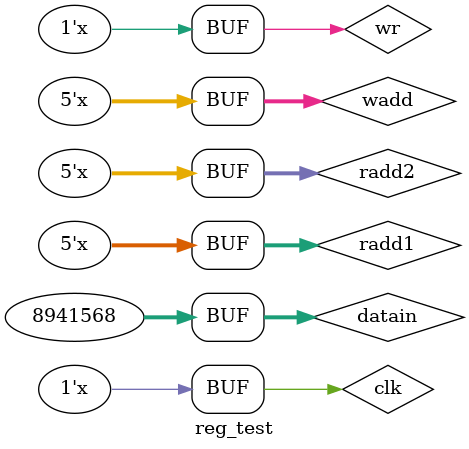
<source format=v>
`timescale 1ns / 1ps

module reg_test;
reg[4:0]radd1, radd2, wadd;
reg[31:0]datain;
reg wr, clk;
wire[31:0]dataout1, dataout2;
reg_file uut(radd1, radd2, wadd, datain, wr, clk, dataout1, dataout2);
initial
    begin
    clk=0;
    wr=0;
    radd1=5'b00001;
    radd2=5'b00100;
    wadd=5'b00000;
    datain=32'h00887000;
    end
always
    begin
    #10 clk=~clk;
    #10 wr=~wr;
    #10 radd1=radd1+1;
        radd2=radd2+1;
        wadd=wadd+1;
    end
endmodule

</source>
